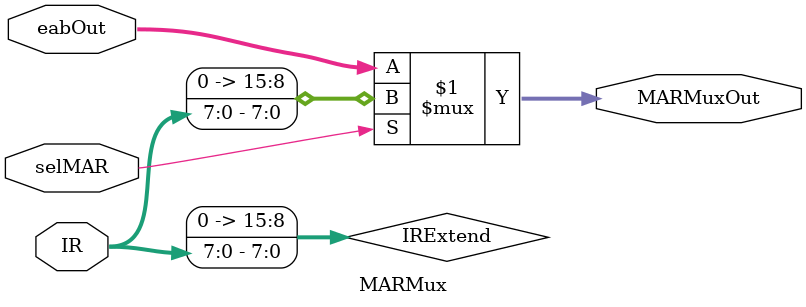
<source format=v>
`timescale 1ns / 1ps

module MARMux(
	output [15:0] MARMuxOut,
	input [7:0] IR,
	input [15:0] eabOut,
	input selMAR
	);
	wire [15:0] IRExtend;
	
	assign IRExtend = {8'd0, IR};
	assign MARMuxOut = selMAR ? IRExtend : eabOut;
endmodule

</source>
